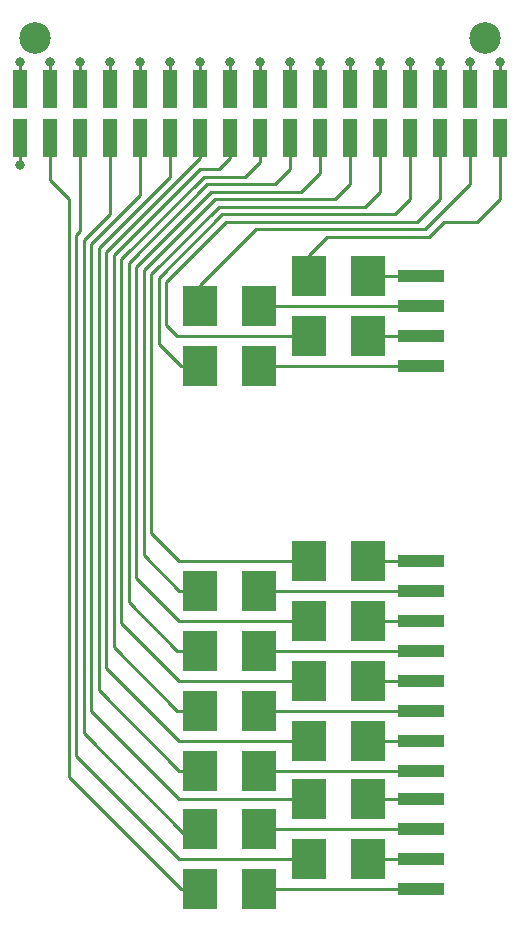
<source format=gbr>
G04 DesignSpark PCB Gerber Version 10.0 Build 5299*
%FSLAX35Y35*%
%MOIN*%
%ADD109R,0.05000X0.12520*%
%ADD121R,0.11811X0.13780*%
%ADD90C,0.01142*%
%ADD89C,0.03150*%
%ADD110C,0.10512*%
%ADD120R,0.15748X0.03937*%
X0Y0D02*
D02*
D89*
X63100Y280571D03*
Y314935D03*
X73100D03*
X83100D03*
X93100D03*
X103100D03*
X113100D03*
X123100D03*
X133100D03*
X143100D03*
X153100D03*
X163100D03*
X173100D03*
X183100D03*
X193100D03*
X203100D03*
X213100D03*
X223100D03*
D02*
D90*
X63100Y280571D02*
Y289655D01*
Y314935D02*
Y306151D01*
X73100Y289655D02*
Y275600D01*
X79350Y269350D01*
Y76850D01*
X116850Y39350D01*
X123257D01*
X73100Y314935D02*
Y306151D01*
X83100Y289655D02*
X83106D01*
Y258703D01*
X81850Y257446D01*
Y83758D01*
X116258Y49350D01*
X159507D01*
X83100Y314935D02*
Y306151D01*
X93100Y289655D02*
Y264326D01*
X84350Y255576D01*
Y91256D01*
X118756Y56850D01*
X120757D01*
X123257Y59350D01*
X93100Y314935D02*
Y306151D01*
X103100Y289655D02*
Y270574D01*
X86850Y254324D01*
Y98753D01*
X116253Y69350D01*
X159507D01*
X103100Y314935D02*
Y306151D01*
X113100Y289655D02*
Y276822D01*
X89350Y253072D01*
Y105626D01*
X116235Y78741D01*
X123257D01*
X113100Y314935D02*
Y306151D01*
X123100Y233874D02*
X123257Y233717D01*
X123100Y289655D02*
Y283070D01*
X121850Y281820D01*
X121844D01*
X91850Y251826D01*
Y113124D01*
X116233Y88741D01*
X159507D01*
X123100Y314935D02*
Y306151D01*
X133100Y289655D02*
Y283100D01*
X129350Y279350D01*
X123094D01*
X94350Y250606D01*
Y119991D01*
X115600Y98741D01*
X123257D01*
X133100Y314935D02*
Y306151D01*
X142943Y39350D02*
X196850D01*
X142943Y59350D02*
X196850D01*
X142943Y78741D02*
X196850D01*
X142943Y98741D02*
X196850D01*
X142943Y118741D02*
X196850D01*
X142943Y138741D02*
X196850D01*
X142943Y213717D02*
X196850D01*
X142943Y233717D02*
X196850D01*
X143100Y289655D02*
Y281850D01*
X138100Y276850D01*
X124343D01*
X96850Y249357D01*
Y128119D01*
X116228Y108741D01*
X159507D01*
X143100Y314935D02*
Y306151D01*
X153100Y289655D02*
Y279350D01*
X148100Y274350D01*
X125593D01*
X99350Y248107D01*
Y134991D01*
X115600Y118741D01*
X123257D01*
X153100Y314935D02*
Y306151D01*
X163100Y289655D02*
Y278072D01*
X156878Y271850D01*
X126843D01*
X101850Y246857D01*
Y143114D01*
X116224Y128741D01*
X159507D01*
X163100Y314935D02*
Y306151D01*
X173100Y289655D02*
Y274350D01*
X168100Y269350D01*
X128092D01*
X104350Y245608D01*
Y150612D01*
X116221Y138741D01*
X123257D01*
X173100Y314935D02*
Y306151D01*
X179193Y49350D02*
X196850D01*
X179193Y69350D02*
X196850D01*
X179193Y88741D02*
X196850D01*
X179193Y108741D02*
X196850D01*
X179193Y128741D02*
X196850D01*
X179193Y148741D02*
X196850D01*
X179193Y223717D02*
X196850D01*
X183100Y289655D02*
Y271850D01*
X178100Y266850D01*
X129342D01*
X106850Y244358D01*
Y158109D01*
X116219Y148741D01*
X159507D01*
X183100Y314935D02*
Y306151D01*
X193100Y289655D02*
Y269350D01*
X188100Y264350D01*
X130591D01*
X109350Y243109D01*
Y221217D01*
X116850Y213717D01*
X123257D01*
X193100Y314935D02*
Y306151D01*
X196820Y243746D02*
Y243737D01*
X196850Y243707D01*
X179193D01*
Y243717D01*
X203100Y289655D02*
Y269350D01*
X195600Y261850D01*
X131850D01*
X111850Y241850D01*
Y227467D01*
X115600Y223717D01*
X159507D01*
X203100Y314935D02*
Y306151D01*
X213100Y289655D02*
Y274350D01*
X198100Y259350D01*
X141850D01*
X123100Y240600D01*
Y233874D01*
X123257Y233717D01*
X213100Y314935D02*
Y306151D01*
X223100Y289655D02*
Y269350D01*
X215600Y261850D01*
X204350D01*
X199350Y256850D01*
X165600D01*
X159350Y250600D01*
Y243874D01*
X159507Y243717D01*
X223100Y314935D02*
Y306151D01*
D02*
D109*
X63100Y289655D03*
Y306151D03*
X73100Y289655D03*
Y306151D03*
X83100Y289655D03*
Y306151D03*
X93100Y289655D03*
Y306151D03*
X103100Y289655D03*
Y306151D03*
X113100Y289655D03*
Y306151D03*
X123100Y289655D03*
Y306151D03*
X133100Y289655D03*
Y306151D03*
X143100Y289655D03*
Y306151D03*
X153100Y289655D03*
Y306151D03*
X163100Y289655D03*
Y306151D03*
X173100Y289655D03*
Y306151D03*
X183100Y289655D03*
Y306151D03*
X193100Y289655D03*
Y306151D03*
X203100Y289655D03*
Y306151D03*
X213100Y289655D03*
Y306151D03*
X223100Y289655D03*
Y306151D03*
D02*
D110*
X68100Y323100D03*
X218100D03*
D02*
D120*
X196850Y39350D03*
Y49350D03*
Y59350D03*
Y69350D03*
Y78741D03*
Y88741D03*
Y98741D03*
Y108741D03*
Y118741D03*
Y128741D03*
Y138741D03*
Y148741D03*
Y213717D03*
Y223717D03*
Y233717D03*
Y243707D03*
D02*
D121*
X123257Y39350D03*
Y59350D03*
Y78741D03*
Y98741D03*
Y118741D03*
Y138741D03*
Y213717D03*
Y233717D03*
X142943Y39350D03*
Y59350D03*
Y78741D03*
Y98741D03*
Y118741D03*
Y138741D03*
Y213717D03*
Y233717D03*
X159507Y49350D03*
Y69350D03*
Y88741D03*
Y108741D03*
Y128741D03*
Y148741D03*
Y223717D03*
Y243717D03*
X179193Y49350D03*
Y69350D03*
Y88741D03*
Y108741D03*
Y128741D03*
Y148741D03*
Y223717D03*
Y243717D03*
X0Y0D02*
M02*

</source>
